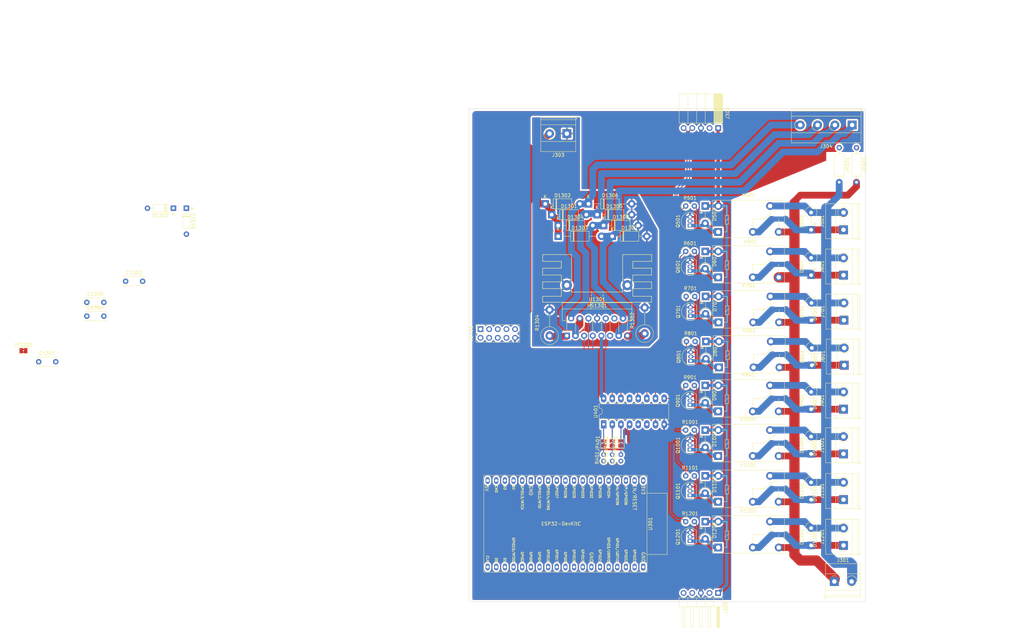
<source format=kicad_pcb>
(kicad_pcb (version 20211014) (generator pcbnew)

  (general
    (thickness 1.6)
  )

  (paper "A3" portrait)
  (layers
    (0 "F.Cu" signal)
    (31 "B.Cu" signal)
    (32 "B.Adhes" user "B.Adhesive")
    (33 "F.Adhes" user "F.Adhesive")
    (34 "B.Paste" user)
    (35 "F.Paste" user)
    (36 "B.SilkS" user "B.Silkscreen")
    (37 "F.SilkS" user "F.Silkscreen")
    (38 "B.Mask" user)
    (39 "F.Mask" user)
    (40 "Dwgs.User" user "User.Drawings")
    (41 "Cmts.User" user "User.Comments")
    (42 "Eco1.User" user "User.Eco1")
    (43 "Eco2.User" user "User.Eco2")
    (44 "Edge.Cuts" user)
    (45 "Margin" user)
    (46 "B.CrtYd" user "B.Courtyard")
    (47 "F.CrtYd" user "F.Courtyard")
    (48 "B.Fab" user)
    (49 "F.Fab" user)
    (50 "User.1" user "Nutzer.1")
    (51 "User.2" user "Nutzer.2")
    (52 "User.3" user "Nutzer.3")
    (53 "User.4" user "Nutzer.4")
    (54 "User.5" user "Nutzer.5")
    (55 "User.6" user "Nutzer.6")
    (56 "User.7" user "Nutzer.7")
    (57 "User.8" user "Nutzer.8")
    (58 "User.9" user "Nutzer.9")
  )

  (setup
    (stackup
      (layer "F.SilkS" (type "Top Silk Screen"))
      (layer "F.Paste" (type "Top Solder Paste"))
      (layer "F.Mask" (type "Top Solder Mask") (thickness 0.01))
      (layer "F.Cu" (type "copper") (thickness 0.035))
      (layer "dielectric 1" (type "core") (thickness 1.51) (material "FR4") (epsilon_r 4.5) (loss_tangent 0.02))
      (layer "B.Cu" (type "copper") (thickness 0.035))
      (layer "B.Mask" (type "Bottom Solder Mask") (thickness 0.01))
      (layer "B.Paste" (type "Bottom Solder Paste"))
      (layer "B.SilkS" (type "Bottom Silk Screen"))
      (copper_finish "None")
      (dielectric_constraints no)
    )
    (pad_to_mask_clearance 0)
    (pcbplotparams
      (layerselection 0x003ffff_ffffffff)
      (disableapertmacros false)
      (usegerberextensions false)
      (usegerberattributes true)
      (usegerberadvancedattributes true)
      (creategerberjobfile true)
      (svguseinch false)
      (svgprecision 6)
      (excludeedgelayer true)
      (plotframeref true)
      (viasonmask false)
      (mode 1)
      (useauxorigin false)
      (hpglpennumber 1)
      (hpglpenspeed 20)
      (hpglpendiameter 15.000000)
      (dxfpolygonmode true)
      (dxfimperialunits true)
      (dxfusepcbnewfont true)
      (psnegative false)
      (psa4output false)
      (plotreference true)
      (plotvalue true)
      (plotinvisibletext false)
      (sketchpadsonfab false)
      (subtractmaskfromsilk false)
      (outputformat 4)
      (mirror false)
      (drillshape 2)
      (scaleselection 1)
      (outputdirectory "Ausgaben/")
    )
  )

  (net 0 "")
  (net 1 "+12V")
  (net 2 "/Digital/Relais Ansteuerung/A")
  (net 3 "/Digital/Motortreiber/1Mess")
  (net 4 "/Digital/Relais Ansteuerung/B")
  (net 5 "Net-(Q501-Pad2)")
  (net 6 "GND")
  (net 7 "Net-(Q601-Pad2)")
  (net 8 "Net-(Q701-Pad2)")
  (net 9 "Net-(Q801-Pad2)")
  (net 10 "Net-(Q901-Pad2)")
  (net 11 "Net-(Q1001-Pad2)")
  (net 12 "Net-(Q1101-Pad2)")
  (net 13 "Net-(Q1201-Pad2)")
  (net 14 "/Digital/Motortreiber/2Mess")
  (net 15 "unconnected-(U401-Pad13)")
  (net 16 "/Digital/Relais Ansteuerung/Relais0/On")
  (net 17 "/Digital/Relais Ansteuerung/Relais1/On")
  (net 18 "/Digital/Relais Ansteuerung/Relais2/On")
  (net 19 "/Digital/Relais Ansteuerung/Relais3/On")
  (net 20 "/Digital/Relais Ansteuerung/Relais4/On")
  (net 21 "/Digital/Relais Ansteuerung/Relais5/On")
  (net 22 "/Digital/Relais Ansteuerung/Relais6/On")
  (net 23 "/Digital/Relais Ansteuerung/Relais7/On")
  (net 24 "/Digital/Lan/SCK")
  (net 25 "+3V3")
  (net 26 "unconnected-(U301-Pad2)")
  (net 27 "unconnected-(U301-Pad3)")
  (net 28 "unconnected-(U301-Pad4)")
  (net 29 "unconnected-(U301-Pad5)")
  (net 30 "unconnected-(U301-Pad6)")
  (net 31 "unconnected-(U301-Pad7)")
  (net 32 "unconnected-(U301-Pad8)")
  (net 33 "unconnected-(U301-Pad9)")
  (net 34 "unconnected-(U301-Pad10)")
  (net 35 "unconnected-(U301-Pad11)")
  (net 36 "/Digital/Lan/So")
  (net 37 "/Digital/Lan/Si")
  (net 38 "unconnected-(U301-Pad14)")
  (net 39 "/Digital/Lan/Int")
  (net 40 "unconnected-(U301-Pad16)")
  (net 41 "unconnected-(U301-Pad17)")
  (net 42 "unconnected-(U301-Pad18)")
  (net 43 "unconnected-(U301-Pad19)")
  (net 44 "/Digital/SCL")
  (net 45 "/Digital/SDA")
  (net 46 "unconnected-(U301-Pad22)")
  (net 47 "unconnected-(U301-Pad23)")
  (net 48 "unconnected-(U301-Pad24)")
  (net 49 "unconnected-(U301-Pad25)")
  (net 50 "/Digital/Lan/Cs")
  (net 51 "unconnected-(U301-Pad27)")
  (net 52 "unconnected-(U301-Pad28)")
  (net 53 "/Digital/Lan/CLK")
  (net 54 "unconnected-(U301-Pad30)")
  (net 55 "unconnected-(U301-Pad31)")
  (net 56 "unconnected-(U301-Pad32)")
  (net 57 "unconnected-(U301-Pad33)")
  (net 58 "unconnected-(U301-Pad34)")
  (net 59 "unconnected-(U301-Pad35)")
  (net 60 "unconnected-(U301-Pad36)")
  (net 61 "unconnected-(U301-Pad37)")
  (net 62 "unconnected-(U301-Pad38)")
  (net 63 "/Digital/Lan/Wol")
  (net 64 "/Digital/Relais Ansteuerung/Relais0/AB")
  (net 65 "/Digital/Relais Ansteuerung/Relais1/AB")
  (net 66 "/Digital/Relais Ansteuerung/Relais2/AB")
  (net 67 "/Digital/Relais Ansteuerung/Relais3/AB")
  (net 68 "/Digital/Relais Ansteuerung/Relais4/AB")
  (net 69 "/Digital/Relais Ansteuerung/Relais5/AB")
  (net 70 "/Digital/Relais Ansteuerung/Relais6/AB")
  (net 71 "/Digital/Relais Ansteuerung/Relais7/AB")
  (net 72 "/Digital/Relais Ansteuerung/Relais0/mitte")
  (net 73 "/Digital/Relais Ansteuerung/Relais1/mitte")
  (net 74 "/Digital/Relais Ansteuerung/Relais2/mitte")
  (net 75 "/Digital/Relais Ansteuerung/Relais3/mitte")
  (net 76 "/Digital/Relais Ansteuerung/Relais4/mitte")
  (net 77 "/Digital/Relais Ansteuerung/Relais5/mitte")
  (net 78 "/Digital/Relais Ansteuerung/Relais6/mitte")
  (net 79 "/Digital/Relais Ansteuerung/Relais7/mitte")
  (net 80 "/Digital/Motortreiber/M2B")
  (net 81 "/Digital/Motortreiber/M2A")
  (net 82 "/Digital/Motortreiber/M1B")
  (net 83 "/Digital/Motortreiber/M1A")
  (net 84 "/Digital/Motortreiber/1m")
  (net 85 "/Digital/Motortreiber/1A")
  (net 86 "/Digital/Motortreiber/1Enable")
  (net 87 "/Digital/Motortreiber/1B")
  (net 88 "+5V")
  (net 89 "/Digital/Motortreiber/2A")
  (net 90 "/Digital/Motortreiber/2Enable")
  (net 91 "/Digital/Motortreiber/2B")
  (net 92 "/Digital/Motortreiber/2m")
  (net 93 "/Digital/Motortreiber/GNDPWR")
  (net 94 "/Digital/Motortreiber/VS")
  (net 95 "Net-(JP401-Pad2)")
  (net 96 "Net-(JP402-Pad2)")
  (net 97 "Net-(JP403-Pad2)")
  (net 98 "/Digital/Lan/Reset")

  (footprint "Diode_THT:D_DO-41_SOD81_P5.08mm_Vertical_KathodeUp" (layer "F.Cu") (at 178.541408 260.243591 90))

  (footprint "Diode_THT:D_DO-41_SOD81_P5.08mm_Vertical_KathodeUp" (layer "F.Cu") (at 147.32 226.695 -90))

  (footprint "Diode_THT:D_DO-41_SOD81_P5.08mm_Vertical_KathodeUp" (layer "F.Cu") (at 147.315 305.963591 -90))

  (footprint "Diode_THT:D_DO-41_SOD81_P5.08mm_Vertical_KathodeUp" (layer "F.Cu") (at 178.43 312.948591 90))

  (footprint "Resistor_THT:R_Axial_DIN0207_L6.3mm_D2.5mm_P10.16mm_Horizontal" (layer "F.Cu") (at 186.69 209.55 -90))

  (footprint "Relay_THT:Relay_SPDT_Omron-G5Q-1" (layer "F.Cu") (at 151.251408 260.868591))

  (footprint "Resistor_THT:R_Axial_DIN0207_L6.3mm_D2.5mm_P2.54mm_Vertical" (layer "F.Cu") (at 141.605 279.4))

  (footprint "Resistor_THT:R_Axial_DIN0207_L6.3mm_D2.5mm_P2.54mm_Vertical" (layer "F.Cu") (at 141.711408 253.258591))

  (footprint "Diode_THT:D_DO-35_SOD27_P7.62mm_Horizontal" (layer "F.Cu") (at -5.08 227.33 -90))

  (footprint "Package_TO_SOT_THT:TO-92_Inline" (layer "F.Cu") (at 143.087817 272.202183 90))

  (footprint "Resistor_THT:R_Axial_DIN0207_L6.3mm_D2.5mm_P2.54mm_Vertical" (layer "F.Cu") (at 141.817817 266.487183))

  (footprint "Capacitor_THT:C_Disc_D6.0mm_W2.5mm_P5.00mm" (layer "F.Cu") (at -48.46 272.455))

  (footprint "Resistor_THT:R_Axial_DIN0516_L15.5mm_D5.0mm_P7.62mm_Vertical" (layer "F.Cu") (at 101.6 264.795 90))

  (footprint "Diode_THT:D_DO-41_SOD81_P12.70mm_Horizontal" (layer "F.Cu") (at 113.03 226.06))

  (footprint "Resistor_THT:R_Axial_DIN0204_L3.6mm_D1.6mm_P1.90mm_Vertical" (layer "F.Cu") (at 117.475 301.62 90))

  (footprint "Jumper:SolderJumper-2_P1.3mm_Open_TrianglePad1.0x1.5mm" (layer "F.Cu") (at 122.555 296.455 90))

  (footprint "Diode_THT:D_DO-41_SOD81_P10.16mm_Horizontal" (layer "F.Cu") (at 120.015 235.585))

  (footprint "Diode_THT:D_DO-41_SOD81_P12.70mm_Horizontal" (layer "F.Cu") (at 104.14 235.585))

  (footprint "Relay_THT:Relay_SPDT_Omron-G5Q-1" (layer "F.Cu") (at 151.357817 274.097183))

  (footprint "Diode_THT:D_DO-41_SOD81_P10.16mm_Horizontal" (layer "F.Cu") (at 115.57 229.235))

  (footprint "Resistor_THT:R_Axial_DIN0516_L15.5mm_D5.0mm_P7.62mm_Vertical" (layer "F.Cu") (at 129.54 264.16 90))

  (footprint "TerminalBlock_Phoenix:TerminalBlock_Phoenix_MKDS-1,5-2-5.08_1x02_P5.08mm_Horizontal" (layer "F.Cu") (at 106.685 205.435 180))

  (footprint "Diode_THT:D_DO-41_SOD81_P5.08mm_Vertical_KathodeUp" (layer "F.Cu") (at 178.435 233.68 90))

  (footprint "Jumper:SolderJumper-2_P1.3mm_Open_TrianglePad1.0x1.5mm" (layer "F.Cu") (at 120.015 296.455 90))

  (footprint "TerminalBlock_Phoenix:TerminalBlock_Phoenix_MKDS-1,5-2-5.08_1x02_P5.08mm_Horizontal" (layer "F.Cu") (at 187.96 286.385 90))

  (footprint "TerminalBlock_Phoenix:TerminalBlock_Phoenix_MKDS-1,5-2-5.08_1x02_P5.08mm_Horizontal" (layer "F.Cu") (at 187.96 326.39 90))

  (footprint "Diode_THT:D_DO-41_SOD81_P5.08mm_Vertical_KathodeUp" (layer "F.Cu") (at 147.32 319.405 -90))

  (footprint "Diode_THT:D_DO-41_SOD81_P5.08mm_Vertical_KathodeUp" (layer "F.Cu") (at 178.435 326.39 90))

  (footprint "TerminalBlock_Phoenix:TerminalBlock_Phoenix_MKDS-1,5-2-5.08_1x02_P5.08mm_Horizontal" (layer "F.Cu") (at 187.955 299.507183 90))

  (footprint "Resistor_THT:R_Axial_DIN0207_L6.3mm_D2.5mm_P2.54mm_Vertical" (layer "F.Cu") (at 141.6 305.963591))

  (footprint "Resistor_THT:R_Axial_DIN0207_L6.3mm_D2.5mm_P2.54mm_Vertical" (layer "F.Cu") (at 141.605 226.695))

  (footprint "Capacitor_THT:C_Disc_D6.0mm_W2.5mm_P5.00mm" (layer "F.Cu") (at -22.94 248.805))

  (footprint "Resistor_THT:R_Axial_DIN0207_L6.3mm_D2.5mm_P2.54mm_Vertical" (layer "F.Cu") (at 141.6 292.522183))

  (footprint "Jumper:SolderJumper-2_P1.3mm_Bridged2Bar_Pad1.0x1.5mm" (layer "F.Cu") (at -52.95 269.195))

  (footprint "Diode_THT:D_DO-41_SOD81_P5.08mm_Vertical_KathodeUp" (layer "F.Cu") (at 178.647817 273.472183 90))

  (footprint "Relay_THT:Relay_SPDT_Omron-G5Q-1" (layer "F.Cu") (at 151.14 300.132183))

  (footprint "TerminalBlock_Phoenix:TerminalBlock_Phoenix_MKDS-1,5-2-5.08_1x02_P5.08mm_Horizontal" (layer "F.Cu") (at 187.955 312.948591 90))

  (footprint "Diode_THT:D_DO-41_SOD81_P5.08mm_Vertical_KathodeUp" (layer "F.Cu") (at 178.435 247.015 90))

  (footprint "TerminalBlock_Phoenix:TerminalBlock_Phoenix_MKDS-1,5-2-5.08_1x02_P5.08mm_Horizontal" (layer "F.Cu") (at 185.255 337.005))

  (footprint "TerminalBlock_Phoenix:TerminalBlock_Phoenix_MKDS-1,5-2-5.08_1x02_P5.08mm_Horizontal" (layer "F.Cu") (at 187.96 247.015 90))

  (footprint "TerminalBlock_Phoenix:TerminalBlock_Phoenix_MKDS-1,5-2-5.08_1x02_P5.08mm_Horizontal" (layer "F.Cu") (at 187.96 233.68 90))

  (footprint "Relay_THT:Relay_SPDT_Omron-G5Q-1" (layer "F.Cu") (at 151.145 287.01))

  (footprint "Diode_THT:D_DO-41_SOD81_P5.08mm_Vertical_KathodeUp" (layer "F.Cu") (at 147.532817 266.487183 -90))

  (footprint "Resistor_THT:R_Axial_DIN0207_L6.3mm_D2.5mm_P2.54mm_Vertical" (layer "F.Cu") (at 141.605 319.405))

  (footprint "Diode_THT:D_DO-41_SOD81_P10.16mm_Horizontal" (layer "F.Cu") (at 117.475 232.41))

  (footprint "TerminalBlock_Phoenix:TerminalBlock_Phoenix_MKDS-1,5-2-5.08_1x02_P5.08mm_Horizontal" (layer "F.Cu")
    (tedit 5B294EBC) (tstamp 8c2dfebd-45d9-4920-8d76-7e4a1aa8881b)
    (at 188.172817 273.472183 90)
    (descr "Terminal Block Phoenix MKDS-1,5-2-5.08, 2 pins, pitch 5.08mm, size 10.2x9.8mm^2, drill diamater 1.3mm, pad diameter 2.6mm, see http://www.farnell.com/datasheets/100425.pdf, script-generated using https://github.com/pointhi/kicad-footprint-generator/scripts/TerminalBlock_Phoenix")
    (tags "THT Terminal Block Phoenix MKDS-1,5-2-5.08 pitch 5.08mm size 10.2x9.8mm^2 drill 1.3mm pad 2.6mm")
    (property "Sheetfile" "Relais.kicad_sch")
    (property "Sheetname" "Relais3")
    (path "/c7d0284b-26f3-46a0-a20a-63616420e27a/e5b83e64-c70c-4e3c-91cb-1e480aa92410/ad6008ab-23c8-4433-a47b-d877121adf7a/1fe43737-6852-4bd7-bea8-de22dad41c97")
    (attr through_hole)
    (fp_text reference "J801" (at 2.54 -6.26 90) (layer "F.SilkS")
      (effects (font (size 1 1) (thickness 0.15)))
      (tstamp 9f7751f5-18b2-4dbc-bdac-9fe0a8ee9c1f)
    )
    (fp_text value "Screw_Terminal_01x02" (at 2.54 5.66 90) (layer "F.Fab")
      (effects (font (size 1 1) (thickness 0.15)))
      (tstamp 7878883f-f06f-413e-9119-0127f3a5f7b5)
    )
    (fp_text user "${REFERENCE}" (at 2.54 3.2 90) (layer "F.Fab")
      (effects (font (size 1 1) (thickness 0.15)))
      (tstamp 65966da9-985c-4f58-ae2e-aa4c2309f6e5)
    )
    (fp_line (start -2.6 4.1) (end 7.68 4.1) (layer "F.SilkS") (width 0.12) (tstamp 01363311-18ef-4d4f-8586-aaaa889d50de))
    (fp_line (start -2.84 4.16) (end -2.84 4.9) (layer "F.SilkS") (width 0.12) (tstamp 33ffb2f4-454a-4937-bad4-7f29a8aff872))
    (fp_line (start -2.6 -5.261) (end 7.68 -5.261) (layer "F.SilkS") (width 0.12) (tstamp 3f56af77-0deb-4077-b44d-85447cc8d2eb))
    (fp_line (start 6.355 -1.069
... [1278784 chars truncated]
</source>
